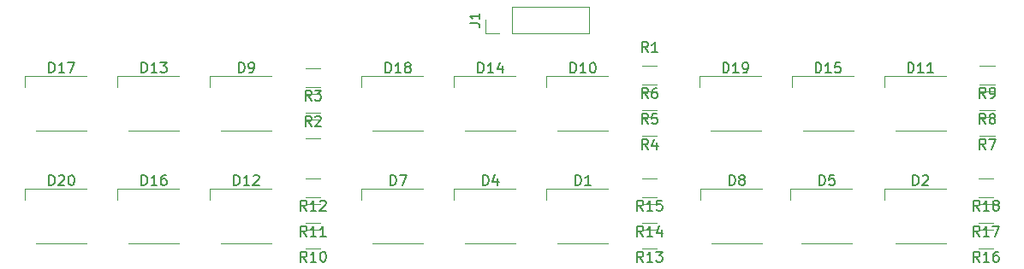
<source format=gbr>
%TF.GenerationSoftware,KiCad,Pcbnew,(6.0.5)*%
%TF.CreationDate,2023-08-09T01:27:25+09:00*%
%TF.ProjectId,TSAL,5453414c-2e6b-4696-9361-645f70636258,rev?*%
%TF.SameCoordinates,Original*%
%TF.FileFunction,Legend,Top*%
%TF.FilePolarity,Positive*%
%FSLAX46Y46*%
G04 Gerber Fmt 4.6, Leading zero omitted, Abs format (unit mm)*
G04 Created by KiCad (PCBNEW (6.0.5)) date 2023-08-09 01:27:25*
%MOMM*%
%LPD*%
G01*
G04 APERTURE LIST*
%ADD10C,0.150000*%
%ADD11C,0.120000*%
G04 APERTURE END LIST*
D10*
%TO.C,R13*%
X156075142Y-143750380D02*
X155741809Y-143274190D01*
X155503714Y-143750380D02*
X155503714Y-142750380D01*
X155884666Y-142750380D01*
X155979904Y-142798000D01*
X156027523Y-142845619D01*
X156075142Y-142940857D01*
X156075142Y-143083714D01*
X156027523Y-143178952D01*
X155979904Y-143226571D01*
X155884666Y-143274190D01*
X155503714Y-143274190D01*
X157027523Y-143750380D02*
X156456095Y-143750380D01*
X156741809Y-143750380D02*
X156741809Y-142750380D01*
X156646571Y-142893238D01*
X156551333Y-142988476D01*
X156456095Y-143036095D01*
X157360857Y-142750380D02*
X157979904Y-142750380D01*
X157646571Y-143131333D01*
X157789428Y-143131333D01*
X157884666Y-143178952D01*
X157932285Y-143226571D01*
X157979904Y-143321809D01*
X157979904Y-143559904D01*
X157932285Y-143655142D01*
X157884666Y-143702761D01*
X157789428Y-143750380D01*
X157503714Y-143750380D01*
X157408476Y-143702761D01*
X157360857Y-143655142D01*
%TO.C,R2*%
X123277333Y-130288380D02*
X122944000Y-129812190D01*
X122705904Y-130288380D02*
X122705904Y-129288380D01*
X123086857Y-129288380D01*
X123182095Y-129336000D01*
X123229714Y-129383619D01*
X123277333Y-129478857D01*
X123277333Y-129621714D01*
X123229714Y-129716952D01*
X123182095Y-129764571D01*
X123086857Y-129812190D01*
X122705904Y-129812190D01*
X123658285Y-129383619D02*
X123705904Y-129336000D01*
X123801142Y-129288380D01*
X124039238Y-129288380D01*
X124134476Y-129336000D01*
X124182095Y-129383619D01*
X124229714Y-129478857D01*
X124229714Y-129574095D01*
X124182095Y-129716952D01*
X123610666Y-130288380D01*
X124229714Y-130288380D01*
%TO.C,R8*%
X189939333Y-130069522D02*
X189606000Y-129593332D01*
X189367904Y-130069522D02*
X189367904Y-129069522D01*
X189748857Y-129069522D01*
X189844095Y-129117142D01*
X189891714Y-129164761D01*
X189939333Y-129259999D01*
X189939333Y-129402856D01*
X189891714Y-129498094D01*
X189844095Y-129545713D01*
X189748857Y-129593332D01*
X189367904Y-129593332D01*
X190510761Y-129498094D02*
X190415523Y-129450475D01*
X190367904Y-129402856D01*
X190320285Y-129307618D01*
X190320285Y-129259999D01*
X190367904Y-129164761D01*
X190415523Y-129117142D01*
X190510761Y-129069522D01*
X190701238Y-129069522D01*
X190796476Y-129117142D01*
X190844095Y-129164761D01*
X190891714Y-129259999D01*
X190891714Y-129307618D01*
X190844095Y-129402856D01*
X190796476Y-129450475D01*
X190701238Y-129498094D01*
X190510761Y-129498094D01*
X190415523Y-129545713D01*
X190367904Y-129593332D01*
X190320285Y-129688570D01*
X190320285Y-129879046D01*
X190367904Y-129974284D01*
X190415523Y-130021903D01*
X190510761Y-130069522D01*
X190701238Y-130069522D01*
X190796476Y-130021903D01*
X190844095Y-129974284D01*
X190891714Y-129879046D01*
X190891714Y-129688570D01*
X190844095Y-129593332D01*
X190796476Y-129545713D01*
X190701238Y-129498094D01*
%TO.C,R10*%
X122801142Y-143750380D02*
X122467809Y-143274190D01*
X122229714Y-143750380D02*
X122229714Y-142750380D01*
X122610666Y-142750380D01*
X122705904Y-142798000D01*
X122753523Y-142845619D01*
X122801142Y-142940857D01*
X122801142Y-143083714D01*
X122753523Y-143178952D01*
X122705904Y-143226571D01*
X122610666Y-143274190D01*
X122229714Y-143274190D01*
X123753523Y-143750380D02*
X123182095Y-143750380D01*
X123467809Y-143750380D02*
X123467809Y-142750380D01*
X123372571Y-142893238D01*
X123277333Y-142988476D01*
X123182095Y-143036095D01*
X124372571Y-142750380D02*
X124467809Y-142750380D01*
X124563047Y-142798000D01*
X124610666Y-142845619D01*
X124658285Y-142940857D01*
X124705904Y-143131333D01*
X124705904Y-143369428D01*
X124658285Y-143559904D01*
X124610666Y-143655142D01*
X124563047Y-143702761D01*
X124467809Y-143750380D01*
X124372571Y-143750380D01*
X124277333Y-143702761D01*
X124229714Y-143655142D01*
X124182095Y-143559904D01*
X124134476Y-143369428D01*
X124134476Y-143131333D01*
X124182095Y-142940857D01*
X124229714Y-142845619D01*
X124277333Y-142798000D01*
X124372571Y-142750380D01*
%TO.C,R9*%
X189939333Y-127494380D02*
X189606000Y-127018190D01*
X189367904Y-127494380D02*
X189367904Y-126494380D01*
X189748857Y-126494380D01*
X189844095Y-126542000D01*
X189891714Y-126589619D01*
X189939333Y-126684857D01*
X189939333Y-126827714D01*
X189891714Y-126922952D01*
X189844095Y-126970571D01*
X189748857Y-127018190D01*
X189367904Y-127018190D01*
X190415523Y-127494380D02*
X190606000Y-127494380D01*
X190701238Y-127446761D01*
X190748857Y-127399142D01*
X190844095Y-127256285D01*
X190891714Y-127065809D01*
X190891714Y-126684857D01*
X190844095Y-126589619D01*
X190796476Y-126542000D01*
X190701238Y-126494380D01*
X190510761Y-126494380D01*
X190415523Y-126542000D01*
X190367904Y-126589619D01*
X190320285Y-126684857D01*
X190320285Y-126922952D01*
X190367904Y-127018190D01*
X190415523Y-127065809D01*
X190510761Y-127113428D01*
X190701238Y-127113428D01*
X190796476Y-127065809D01*
X190844095Y-127018190D01*
X190891714Y-126922952D01*
%TO.C,R18*%
X189349142Y-138670380D02*
X189015809Y-138194190D01*
X188777714Y-138670380D02*
X188777714Y-137670380D01*
X189158666Y-137670380D01*
X189253904Y-137718000D01*
X189301523Y-137765619D01*
X189349142Y-137860857D01*
X189349142Y-138003714D01*
X189301523Y-138098952D01*
X189253904Y-138146571D01*
X189158666Y-138194190D01*
X188777714Y-138194190D01*
X190301523Y-138670380D02*
X189730095Y-138670380D01*
X190015809Y-138670380D02*
X190015809Y-137670380D01*
X189920571Y-137813238D01*
X189825333Y-137908476D01*
X189730095Y-137956095D01*
X190872952Y-138098952D02*
X190777714Y-138051333D01*
X190730095Y-138003714D01*
X190682476Y-137908476D01*
X190682476Y-137860857D01*
X190730095Y-137765619D01*
X190777714Y-137718000D01*
X190872952Y-137670380D01*
X191063428Y-137670380D01*
X191158666Y-137718000D01*
X191206285Y-137765619D01*
X191253904Y-137860857D01*
X191253904Y-137908476D01*
X191206285Y-138003714D01*
X191158666Y-138051333D01*
X191063428Y-138098952D01*
X190872952Y-138098952D01*
X190777714Y-138146571D01*
X190730095Y-138194190D01*
X190682476Y-138289428D01*
X190682476Y-138479904D01*
X190730095Y-138575142D01*
X190777714Y-138622761D01*
X190872952Y-138670380D01*
X191063428Y-138670380D01*
X191158666Y-138622761D01*
X191206285Y-138575142D01*
X191253904Y-138479904D01*
X191253904Y-138289428D01*
X191206285Y-138194190D01*
X191158666Y-138146571D01*
X191063428Y-138098952D01*
%TO.C,D20*%
X97337714Y-136144380D02*
X97337714Y-135144380D01*
X97575809Y-135144380D01*
X97718666Y-135192000D01*
X97813904Y-135287238D01*
X97861523Y-135382476D01*
X97909142Y-135572952D01*
X97909142Y-135715809D01*
X97861523Y-135906285D01*
X97813904Y-136001523D01*
X97718666Y-136096761D01*
X97575809Y-136144380D01*
X97337714Y-136144380D01*
X98290095Y-135239619D02*
X98337714Y-135192000D01*
X98432952Y-135144380D01*
X98671047Y-135144380D01*
X98766285Y-135192000D01*
X98813904Y-135239619D01*
X98861523Y-135334857D01*
X98861523Y-135430095D01*
X98813904Y-135572952D01*
X98242476Y-136144380D01*
X98861523Y-136144380D01*
X99480571Y-135144380D02*
X99575809Y-135144380D01*
X99671047Y-135192000D01*
X99718666Y-135239619D01*
X99766285Y-135334857D01*
X99813904Y-135525333D01*
X99813904Y-135763428D01*
X99766285Y-135953904D01*
X99718666Y-136049142D01*
X99671047Y-136096761D01*
X99575809Y-136144380D01*
X99480571Y-136144380D01*
X99385333Y-136096761D01*
X99337714Y-136049142D01*
X99290095Y-135953904D01*
X99242476Y-135763428D01*
X99242476Y-135525333D01*
X99290095Y-135334857D01*
X99337714Y-135239619D01*
X99385333Y-135192000D01*
X99480571Y-135144380D01*
%TO.C,D16*%
X106481714Y-136144380D02*
X106481714Y-135144380D01*
X106719809Y-135144380D01*
X106862666Y-135192000D01*
X106957904Y-135287238D01*
X107005523Y-135382476D01*
X107053142Y-135572952D01*
X107053142Y-135715809D01*
X107005523Y-135906285D01*
X106957904Y-136001523D01*
X106862666Y-136096761D01*
X106719809Y-136144380D01*
X106481714Y-136144380D01*
X108005523Y-136144380D02*
X107434095Y-136144380D01*
X107719809Y-136144380D02*
X107719809Y-135144380D01*
X107624571Y-135287238D01*
X107529333Y-135382476D01*
X107434095Y-135430095D01*
X108862666Y-135144380D02*
X108672190Y-135144380D01*
X108576952Y-135192000D01*
X108529333Y-135239619D01*
X108434095Y-135382476D01*
X108386476Y-135572952D01*
X108386476Y-135953904D01*
X108434095Y-136049142D01*
X108481714Y-136096761D01*
X108576952Y-136144380D01*
X108767428Y-136144380D01*
X108862666Y-136096761D01*
X108910285Y-136049142D01*
X108957904Y-135953904D01*
X108957904Y-135715809D01*
X108910285Y-135620571D01*
X108862666Y-135572952D01*
X108767428Y-135525333D01*
X108576952Y-135525333D01*
X108481714Y-135572952D01*
X108434095Y-135620571D01*
X108386476Y-135715809D01*
%TO.C,D8*%
X164615904Y-136144380D02*
X164615904Y-135144380D01*
X164854000Y-135144380D01*
X164996857Y-135192000D01*
X165092095Y-135287238D01*
X165139714Y-135382476D01*
X165187333Y-135572952D01*
X165187333Y-135715809D01*
X165139714Y-135906285D01*
X165092095Y-136001523D01*
X164996857Y-136096761D01*
X164854000Y-136144380D01*
X164615904Y-136144380D01*
X165758761Y-135572952D02*
X165663523Y-135525333D01*
X165615904Y-135477714D01*
X165568285Y-135382476D01*
X165568285Y-135334857D01*
X165615904Y-135239619D01*
X165663523Y-135192000D01*
X165758761Y-135144380D01*
X165949238Y-135144380D01*
X166044476Y-135192000D01*
X166092095Y-135239619D01*
X166139714Y-135334857D01*
X166139714Y-135382476D01*
X166092095Y-135477714D01*
X166044476Y-135525333D01*
X165949238Y-135572952D01*
X165758761Y-135572952D01*
X165663523Y-135620571D01*
X165615904Y-135668190D01*
X165568285Y-135763428D01*
X165568285Y-135953904D01*
X165615904Y-136049142D01*
X165663523Y-136096761D01*
X165758761Y-136144380D01*
X165949238Y-136144380D01*
X166044476Y-136096761D01*
X166092095Y-136049142D01*
X166139714Y-135953904D01*
X166139714Y-135763428D01*
X166092095Y-135668190D01*
X166044476Y-135620571D01*
X165949238Y-135572952D01*
%TO.C,D7*%
X131087904Y-136144380D02*
X131087904Y-135144380D01*
X131326000Y-135144380D01*
X131468857Y-135192000D01*
X131564095Y-135287238D01*
X131611714Y-135382476D01*
X131659333Y-135572952D01*
X131659333Y-135715809D01*
X131611714Y-135906285D01*
X131564095Y-136001523D01*
X131468857Y-136096761D01*
X131326000Y-136144380D01*
X131087904Y-136144380D01*
X131992666Y-135144380D02*
X132659333Y-135144380D01*
X132230761Y-136144380D01*
%TO.C,R5*%
X156551333Y-130069522D02*
X156218000Y-129593332D01*
X155979904Y-130069522D02*
X155979904Y-129069522D01*
X156360857Y-129069522D01*
X156456095Y-129117142D01*
X156503714Y-129164761D01*
X156551333Y-129259999D01*
X156551333Y-129402856D01*
X156503714Y-129498094D01*
X156456095Y-129545713D01*
X156360857Y-129593332D01*
X155979904Y-129593332D01*
X157456095Y-129069522D02*
X156979904Y-129069522D01*
X156932285Y-129545713D01*
X156979904Y-129498094D01*
X157075142Y-129450475D01*
X157313238Y-129450475D01*
X157408476Y-129498094D01*
X157456095Y-129545713D01*
X157503714Y-129640951D01*
X157503714Y-129879046D01*
X157456095Y-129974284D01*
X157408476Y-130021903D01*
X157313238Y-130069522D01*
X157075142Y-130069522D01*
X156979904Y-130021903D01*
X156932285Y-129974284D01*
%TO.C,R17*%
X189349142Y-141210380D02*
X189015809Y-140734190D01*
X188777714Y-141210380D02*
X188777714Y-140210380D01*
X189158666Y-140210380D01*
X189253904Y-140258000D01*
X189301523Y-140305619D01*
X189349142Y-140400857D01*
X189349142Y-140543714D01*
X189301523Y-140638952D01*
X189253904Y-140686571D01*
X189158666Y-140734190D01*
X188777714Y-140734190D01*
X190301523Y-141210380D02*
X189730095Y-141210380D01*
X190015809Y-141210380D02*
X190015809Y-140210380D01*
X189920571Y-140353238D01*
X189825333Y-140448476D01*
X189730095Y-140496095D01*
X190634857Y-140210380D02*
X191301523Y-140210380D01*
X190872952Y-141210380D01*
%TO.C,D1*%
X149375904Y-136144380D02*
X149375904Y-135144380D01*
X149614000Y-135144380D01*
X149756857Y-135192000D01*
X149852095Y-135287238D01*
X149899714Y-135382476D01*
X149947333Y-135572952D01*
X149947333Y-135715809D01*
X149899714Y-135906285D01*
X149852095Y-136001523D01*
X149756857Y-136096761D01*
X149614000Y-136144380D01*
X149375904Y-136144380D01*
X150899714Y-136144380D02*
X150328285Y-136144380D01*
X150614000Y-136144380D02*
X150614000Y-135144380D01*
X150518761Y-135287238D01*
X150423523Y-135382476D01*
X150328285Y-135430095D01*
%TO.C,R12*%
X122801142Y-138670380D02*
X122467809Y-138194190D01*
X122229714Y-138670380D02*
X122229714Y-137670380D01*
X122610666Y-137670380D01*
X122705904Y-137718000D01*
X122753523Y-137765619D01*
X122801142Y-137860857D01*
X122801142Y-138003714D01*
X122753523Y-138098952D01*
X122705904Y-138146571D01*
X122610666Y-138194190D01*
X122229714Y-138194190D01*
X123753523Y-138670380D02*
X123182095Y-138670380D01*
X123467809Y-138670380D02*
X123467809Y-137670380D01*
X123372571Y-137813238D01*
X123277333Y-137908476D01*
X123182095Y-137956095D01*
X124134476Y-137765619D02*
X124182095Y-137718000D01*
X124277333Y-137670380D01*
X124515428Y-137670380D01*
X124610666Y-137718000D01*
X124658285Y-137765619D01*
X124705904Y-137860857D01*
X124705904Y-137956095D01*
X124658285Y-138098952D01*
X124086857Y-138670380D01*
X124705904Y-138670380D01*
%TO.C,R6*%
X156551333Y-127529522D02*
X156218000Y-127053332D01*
X155979904Y-127529522D02*
X155979904Y-126529522D01*
X156360857Y-126529522D01*
X156456095Y-126577142D01*
X156503714Y-126624761D01*
X156551333Y-126719999D01*
X156551333Y-126862856D01*
X156503714Y-126958094D01*
X156456095Y-127005713D01*
X156360857Y-127053332D01*
X155979904Y-127053332D01*
X157408476Y-126529522D02*
X157218000Y-126529522D01*
X157122761Y-126577142D01*
X157075142Y-126624761D01*
X156979904Y-126767618D01*
X156932285Y-126958094D01*
X156932285Y-127339046D01*
X156979904Y-127434284D01*
X157027523Y-127481903D01*
X157122761Y-127529522D01*
X157313238Y-127529522D01*
X157408476Y-127481903D01*
X157456095Y-127434284D01*
X157503714Y-127339046D01*
X157503714Y-127100951D01*
X157456095Y-127005713D01*
X157408476Y-126958094D01*
X157313238Y-126910475D01*
X157122761Y-126910475D01*
X157027523Y-126958094D01*
X156979904Y-127005713D01*
X156932285Y-127100951D01*
%TO.C,D17*%
X97337714Y-124968380D02*
X97337714Y-123968380D01*
X97575809Y-123968380D01*
X97718666Y-124016000D01*
X97813904Y-124111238D01*
X97861523Y-124206476D01*
X97909142Y-124396952D01*
X97909142Y-124539809D01*
X97861523Y-124730285D01*
X97813904Y-124825523D01*
X97718666Y-124920761D01*
X97575809Y-124968380D01*
X97337714Y-124968380D01*
X98861523Y-124968380D02*
X98290095Y-124968380D01*
X98575809Y-124968380D02*
X98575809Y-123968380D01*
X98480571Y-124111238D01*
X98385333Y-124206476D01*
X98290095Y-124254095D01*
X99194857Y-123968380D02*
X99861523Y-123968380D01*
X99432952Y-124968380D01*
%TO.C,R15*%
X156075142Y-138670380D02*
X155741809Y-138194190D01*
X155503714Y-138670380D02*
X155503714Y-137670380D01*
X155884666Y-137670380D01*
X155979904Y-137718000D01*
X156027523Y-137765619D01*
X156075142Y-137860857D01*
X156075142Y-138003714D01*
X156027523Y-138098952D01*
X155979904Y-138146571D01*
X155884666Y-138194190D01*
X155503714Y-138194190D01*
X157027523Y-138670380D02*
X156456095Y-138670380D01*
X156741809Y-138670380D02*
X156741809Y-137670380D01*
X156646571Y-137813238D01*
X156551333Y-137908476D01*
X156456095Y-137956095D01*
X157932285Y-137670380D02*
X157456095Y-137670380D01*
X157408476Y-138146571D01*
X157456095Y-138098952D01*
X157551333Y-138051333D01*
X157789428Y-138051333D01*
X157884666Y-138098952D01*
X157932285Y-138146571D01*
X157979904Y-138241809D01*
X157979904Y-138479904D01*
X157932285Y-138575142D01*
X157884666Y-138622761D01*
X157789428Y-138670380D01*
X157551333Y-138670380D01*
X157456095Y-138622761D01*
X157408476Y-138575142D01*
%TO.C,R11*%
X122801142Y-141210380D02*
X122467809Y-140734190D01*
X122229714Y-141210380D02*
X122229714Y-140210380D01*
X122610666Y-140210380D01*
X122705904Y-140258000D01*
X122753523Y-140305619D01*
X122801142Y-140400857D01*
X122801142Y-140543714D01*
X122753523Y-140638952D01*
X122705904Y-140686571D01*
X122610666Y-140734190D01*
X122229714Y-140734190D01*
X123753523Y-141210380D02*
X123182095Y-141210380D01*
X123467809Y-141210380D02*
X123467809Y-140210380D01*
X123372571Y-140353238D01*
X123277333Y-140448476D01*
X123182095Y-140496095D01*
X124705904Y-141210380D02*
X124134476Y-141210380D01*
X124420190Y-141210380D02*
X124420190Y-140210380D01*
X124324952Y-140353238D01*
X124229714Y-140448476D01*
X124134476Y-140496095D01*
%TO.C,D13*%
X106481714Y-124968380D02*
X106481714Y-123968380D01*
X106719809Y-123968380D01*
X106862666Y-124016000D01*
X106957904Y-124111238D01*
X107005523Y-124206476D01*
X107053142Y-124396952D01*
X107053142Y-124539809D01*
X107005523Y-124730285D01*
X106957904Y-124825523D01*
X106862666Y-124920761D01*
X106719809Y-124968380D01*
X106481714Y-124968380D01*
X108005523Y-124968380D02*
X107434095Y-124968380D01*
X107719809Y-124968380D02*
X107719809Y-123968380D01*
X107624571Y-124111238D01*
X107529333Y-124206476D01*
X107434095Y-124254095D01*
X108338857Y-123968380D02*
X108957904Y-123968380D01*
X108624571Y-124349333D01*
X108767428Y-124349333D01*
X108862666Y-124396952D01*
X108910285Y-124444571D01*
X108957904Y-124539809D01*
X108957904Y-124777904D01*
X108910285Y-124873142D01*
X108862666Y-124920761D01*
X108767428Y-124968380D01*
X108481714Y-124968380D01*
X108386476Y-124920761D01*
X108338857Y-124873142D01*
%TO.C,R7*%
X189939333Y-132574380D02*
X189606000Y-132098190D01*
X189367904Y-132574380D02*
X189367904Y-131574380D01*
X189748857Y-131574380D01*
X189844095Y-131622000D01*
X189891714Y-131669619D01*
X189939333Y-131764857D01*
X189939333Y-131907714D01*
X189891714Y-132002952D01*
X189844095Y-132050571D01*
X189748857Y-132098190D01*
X189367904Y-132098190D01*
X190272666Y-131574380D02*
X190939333Y-131574380D01*
X190510761Y-132574380D01*
%TO.C,D19*%
X163999714Y-125003522D02*
X163999714Y-124003522D01*
X164237809Y-124003522D01*
X164380666Y-124051142D01*
X164475904Y-124146380D01*
X164523523Y-124241618D01*
X164571142Y-124432094D01*
X164571142Y-124574951D01*
X164523523Y-124765427D01*
X164475904Y-124860665D01*
X164380666Y-124955903D01*
X164237809Y-125003522D01*
X163999714Y-125003522D01*
X165523523Y-125003522D02*
X164952095Y-125003522D01*
X165237809Y-125003522D02*
X165237809Y-124003522D01*
X165142571Y-124146380D01*
X165047333Y-124241618D01*
X164952095Y-124289237D01*
X165999714Y-125003522D02*
X166190190Y-125003522D01*
X166285428Y-124955903D01*
X166333047Y-124908284D01*
X166428285Y-124765427D01*
X166475904Y-124574951D01*
X166475904Y-124193999D01*
X166428285Y-124098761D01*
X166380666Y-124051142D01*
X166285428Y-124003522D01*
X166094952Y-124003522D01*
X165999714Y-124051142D01*
X165952095Y-124098761D01*
X165904476Y-124193999D01*
X165904476Y-124432094D01*
X165952095Y-124527332D01*
X165999714Y-124574951D01*
X166094952Y-124622570D01*
X166285428Y-124622570D01*
X166380666Y-124574951D01*
X166428285Y-124527332D01*
X166475904Y-124432094D01*
%TO.C,J1*%
X138934380Y-120111333D02*
X139648666Y-120111333D01*
X139791523Y-120158952D01*
X139886761Y-120254190D01*
X139934380Y-120397047D01*
X139934380Y-120492285D01*
X139934380Y-119111333D02*
X139934380Y-119682761D01*
X139934380Y-119397047D02*
X138934380Y-119397047D01*
X139077238Y-119492285D01*
X139172476Y-119587523D01*
X139220095Y-119682761D01*
%TO.C,R14*%
X156075142Y-141210380D02*
X155741809Y-140734190D01*
X155503714Y-141210380D02*
X155503714Y-140210380D01*
X155884666Y-140210380D01*
X155979904Y-140258000D01*
X156027523Y-140305619D01*
X156075142Y-140400857D01*
X156075142Y-140543714D01*
X156027523Y-140638952D01*
X155979904Y-140686571D01*
X155884666Y-140734190D01*
X155503714Y-140734190D01*
X157027523Y-141210380D02*
X156456095Y-141210380D01*
X156741809Y-141210380D02*
X156741809Y-140210380D01*
X156646571Y-140353238D01*
X156551333Y-140448476D01*
X156456095Y-140496095D01*
X157884666Y-140543714D02*
X157884666Y-141210380D01*
X157646571Y-140162761D02*
X157408476Y-140877047D01*
X158027523Y-140877047D01*
%TO.C,R4*%
X156551333Y-132609522D02*
X156218000Y-132133332D01*
X155979904Y-132609522D02*
X155979904Y-131609522D01*
X156360857Y-131609522D01*
X156456095Y-131657142D01*
X156503714Y-131704761D01*
X156551333Y-131799999D01*
X156551333Y-131942856D01*
X156503714Y-132038094D01*
X156456095Y-132085713D01*
X156360857Y-132133332D01*
X155979904Y-132133332D01*
X157408476Y-131942856D02*
X157408476Y-132609522D01*
X157170380Y-131561903D02*
X156932285Y-132276189D01*
X157551333Y-132276189D01*
%TO.C,D4*%
X140231904Y-136144380D02*
X140231904Y-135144380D01*
X140470000Y-135144380D01*
X140612857Y-135192000D01*
X140708095Y-135287238D01*
X140755714Y-135382476D01*
X140803333Y-135572952D01*
X140803333Y-135715809D01*
X140755714Y-135906285D01*
X140708095Y-136001523D01*
X140612857Y-136096761D01*
X140470000Y-136144380D01*
X140231904Y-136144380D01*
X141660476Y-135477714D02*
X141660476Y-136144380D01*
X141422380Y-135096761D02*
X141184285Y-135811047D01*
X141803333Y-135811047D01*
%TO.C,D2*%
X182763904Y-136144380D02*
X182763904Y-135144380D01*
X183002000Y-135144380D01*
X183144857Y-135192000D01*
X183240095Y-135287238D01*
X183287714Y-135382476D01*
X183335333Y-135572952D01*
X183335333Y-135715809D01*
X183287714Y-135906285D01*
X183240095Y-136001523D01*
X183144857Y-136096761D01*
X183002000Y-136144380D01*
X182763904Y-136144380D01*
X183716285Y-135239619D02*
X183763904Y-135192000D01*
X183859142Y-135144380D01*
X184097238Y-135144380D01*
X184192476Y-135192000D01*
X184240095Y-135239619D01*
X184287714Y-135334857D01*
X184287714Y-135430095D01*
X184240095Y-135572952D01*
X183668666Y-136144380D01*
X184287714Y-136144380D01*
%TO.C,D14*%
X139755714Y-125003522D02*
X139755714Y-124003522D01*
X139993809Y-124003522D01*
X140136666Y-124051142D01*
X140231904Y-124146380D01*
X140279523Y-124241618D01*
X140327142Y-124432094D01*
X140327142Y-124574951D01*
X140279523Y-124765427D01*
X140231904Y-124860665D01*
X140136666Y-124955903D01*
X139993809Y-125003522D01*
X139755714Y-125003522D01*
X141279523Y-125003522D02*
X140708095Y-125003522D01*
X140993809Y-125003522D02*
X140993809Y-124003522D01*
X140898571Y-124146380D01*
X140803333Y-124241618D01*
X140708095Y-124289237D01*
X142136666Y-124336856D02*
X142136666Y-125003522D01*
X141898571Y-123955903D02*
X141660476Y-124670189D01*
X142279523Y-124670189D01*
%TO.C,D5*%
X173505904Y-136144380D02*
X173505904Y-135144380D01*
X173744000Y-135144380D01*
X173886857Y-135192000D01*
X173982095Y-135287238D01*
X174029714Y-135382476D01*
X174077333Y-135572952D01*
X174077333Y-135715809D01*
X174029714Y-135906285D01*
X173982095Y-136001523D01*
X173886857Y-136096761D01*
X173744000Y-136144380D01*
X173505904Y-136144380D01*
X174982095Y-135144380D02*
X174505904Y-135144380D01*
X174458285Y-135620571D01*
X174505904Y-135572952D01*
X174601142Y-135525333D01*
X174839238Y-135525333D01*
X174934476Y-135572952D01*
X174982095Y-135620571D01*
X175029714Y-135715809D01*
X175029714Y-135953904D01*
X174982095Y-136049142D01*
X174934476Y-136096761D01*
X174839238Y-136144380D01*
X174601142Y-136144380D01*
X174505904Y-136096761D01*
X174458285Y-136049142D01*
%TO.C,R16*%
X189349142Y-143750380D02*
X189015809Y-143274190D01*
X188777714Y-143750380D02*
X188777714Y-142750380D01*
X189158666Y-142750380D01*
X189253904Y-142798000D01*
X189301523Y-142845619D01*
X189349142Y-142940857D01*
X189349142Y-143083714D01*
X189301523Y-143178952D01*
X189253904Y-143226571D01*
X189158666Y-143274190D01*
X188777714Y-143274190D01*
X190301523Y-143750380D02*
X189730095Y-143750380D01*
X190015809Y-143750380D02*
X190015809Y-142750380D01*
X189920571Y-142893238D01*
X189825333Y-142988476D01*
X189730095Y-143036095D01*
X191158666Y-142750380D02*
X190968190Y-142750380D01*
X190872952Y-142798000D01*
X190825333Y-142845619D01*
X190730095Y-142988476D01*
X190682476Y-143178952D01*
X190682476Y-143559904D01*
X190730095Y-143655142D01*
X190777714Y-143702761D01*
X190872952Y-143750380D01*
X191063428Y-143750380D01*
X191158666Y-143702761D01*
X191206285Y-143655142D01*
X191253904Y-143559904D01*
X191253904Y-143321809D01*
X191206285Y-143226571D01*
X191158666Y-143178952D01*
X191063428Y-143131333D01*
X190872952Y-143131333D01*
X190777714Y-143178952D01*
X190730095Y-143226571D01*
X190682476Y-143321809D01*
%TO.C,D11*%
X182287714Y-125003522D02*
X182287714Y-124003522D01*
X182525809Y-124003522D01*
X182668666Y-124051142D01*
X182763904Y-124146380D01*
X182811523Y-124241618D01*
X182859142Y-124432094D01*
X182859142Y-124574951D01*
X182811523Y-124765427D01*
X182763904Y-124860665D01*
X182668666Y-124955903D01*
X182525809Y-125003522D01*
X182287714Y-125003522D01*
X183811523Y-125003522D02*
X183240095Y-125003522D01*
X183525809Y-125003522D02*
X183525809Y-124003522D01*
X183430571Y-124146380D01*
X183335333Y-124241618D01*
X183240095Y-124289237D01*
X184763904Y-125003522D02*
X184192476Y-125003522D01*
X184478190Y-125003522D02*
X184478190Y-124003522D01*
X184382952Y-124146380D01*
X184287714Y-124241618D01*
X184192476Y-124289237D01*
%TO.C,R1*%
X156551333Y-122957522D02*
X156218000Y-122481332D01*
X155979904Y-122957522D02*
X155979904Y-121957522D01*
X156360857Y-121957522D01*
X156456095Y-122005142D01*
X156503714Y-122052761D01*
X156551333Y-122147999D01*
X156551333Y-122290856D01*
X156503714Y-122386094D01*
X156456095Y-122433713D01*
X156360857Y-122481332D01*
X155979904Y-122481332D01*
X157503714Y-122957522D02*
X156932285Y-122957522D01*
X157218000Y-122957522D02*
X157218000Y-121957522D01*
X157122761Y-122100380D01*
X157027523Y-122195618D01*
X156932285Y-122243237D01*
%TO.C,D15*%
X173143714Y-125003522D02*
X173143714Y-124003522D01*
X173381809Y-124003522D01*
X173524666Y-124051142D01*
X173619904Y-124146380D01*
X173667523Y-124241618D01*
X173715142Y-124432094D01*
X173715142Y-124574951D01*
X173667523Y-124765427D01*
X173619904Y-124860665D01*
X173524666Y-124955903D01*
X173381809Y-125003522D01*
X173143714Y-125003522D01*
X174667523Y-125003522D02*
X174096095Y-125003522D01*
X174381809Y-125003522D02*
X174381809Y-124003522D01*
X174286571Y-124146380D01*
X174191333Y-124241618D01*
X174096095Y-124289237D01*
X175572285Y-124003522D02*
X175096095Y-124003522D01*
X175048476Y-124479713D01*
X175096095Y-124432094D01*
X175191333Y-124384475D01*
X175429428Y-124384475D01*
X175524666Y-124432094D01*
X175572285Y-124479713D01*
X175619904Y-124574951D01*
X175619904Y-124813046D01*
X175572285Y-124908284D01*
X175524666Y-124955903D01*
X175429428Y-125003522D01*
X175191333Y-125003522D01*
X175096095Y-124955903D01*
X175048476Y-124908284D01*
%TO.C,D12*%
X115625714Y-136144380D02*
X115625714Y-135144380D01*
X115863809Y-135144380D01*
X116006666Y-135192000D01*
X116101904Y-135287238D01*
X116149523Y-135382476D01*
X116197142Y-135572952D01*
X116197142Y-135715809D01*
X116149523Y-135906285D01*
X116101904Y-136001523D01*
X116006666Y-136096761D01*
X115863809Y-136144380D01*
X115625714Y-136144380D01*
X117149523Y-136144380D02*
X116578095Y-136144380D01*
X116863809Y-136144380D02*
X116863809Y-135144380D01*
X116768571Y-135287238D01*
X116673333Y-135382476D01*
X116578095Y-135430095D01*
X117530476Y-135239619D02*
X117578095Y-135192000D01*
X117673333Y-135144380D01*
X117911428Y-135144380D01*
X118006666Y-135192000D01*
X118054285Y-135239619D01*
X118101904Y-135334857D01*
X118101904Y-135430095D01*
X118054285Y-135572952D01*
X117482857Y-136144380D01*
X118101904Y-136144380D01*
%TO.C,R3*%
X123277333Y-127748380D02*
X122944000Y-127272190D01*
X122705904Y-127748380D02*
X122705904Y-126748380D01*
X123086857Y-126748380D01*
X123182095Y-126796000D01*
X123229714Y-126843619D01*
X123277333Y-126938857D01*
X123277333Y-127081714D01*
X123229714Y-127176952D01*
X123182095Y-127224571D01*
X123086857Y-127272190D01*
X122705904Y-127272190D01*
X123610666Y-126748380D02*
X124229714Y-126748380D01*
X123896380Y-127129333D01*
X124039238Y-127129333D01*
X124134476Y-127176952D01*
X124182095Y-127224571D01*
X124229714Y-127319809D01*
X124229714Y-127557904D01*
X124182095Y-127653142D01*
X124134476Y-127700761D01*
X124039238Y-127748380D01*
X123753523Y-127748380D01*
X123658285Y-127700761D01*
X123610666Y-127653142D01*
%TO.C,D18*%
X130611714Y-125003522D02*
X130611714Y-124003522D01*
X130849809Y-124003522D01*
X130992666Y-124051142D01*
X131087904Y-124146380D01*
X131135523Y-124241618D01*
X131183142Y-124432094D01*
X131183142Y-124574951D01*
X131135523Y-124765427D01*
X131087904Y-124860665D01*
X130992666Y-124955903D01*
X130849809Y-125003522D01*
X130611714Y-125003522D01*
X132135523Y-125003522D02*
X131564095Y-125003522D01*
X131849809Y-125003522D02*
X131849809Y-124003522D01*
X131754571Y-124146380D01*
X131659333Y-124241618D01*
X131564095Y-124289237D01*
X132706952Y-124432094D02*
X132611714Y-124384475D01*
X132564095Y-124336856D01*
X132516476Y-124241618D01*
X132516476Y-124193999D01*
X132564095Y-124098761D01*
X132611714Y-124051142D01*
X132706952Y-124003522D01*
X132897428Y-124003522D01*
X132992666Y-124051142D01*
X133040285Y-124098761D01*
X133087904Y-124193999D01*
X133087904Y-124241618D01*
X133040285Y-124336856D01*
X132992666Y-124384475D01*
X132897428Y-124432094D01*
X132706952Y-124432094D01*
X132611714Y-124479713D01*
X132564095Y-124527332D01*
X132516476Y-124622570D01*
X132516476Y-124813046D01*
X132564095Y-124908284D01*
X132611714Y-124955903D01*
X132706952Y-125003522D01*
X132897428Y-125003522D01*
X132992666Y-124955903D01*
X133040285Y-124908284D01*
X133087904Y-124813046D01*
X133087904Y-124622570D01*
X133040285Y-124527332D01*
X132992666Y-124479713D01*
X132897428Y-124432094D01*
%TO.C,D10*%
X148899714Y-125003522D02*
X148899714Y-124003522D01*
X149137809Y-124003522D01*
X149280666Y-124051142D01*
X149375904Y-124146380D01*
X149423523Y-124241618D01*
X149471142Y-124432094D01*
X149471142Y-124574951D01*
X149423523Y-124765427D01*
X149375904Y-124860665D01*
X149280666Y-124955903D01*
X149137809Y-125003522D01*
X148899714Y-125003522D01*
X150423523Y-125003522D02*
X149852095Y-125003522D01*
X150137809Y-125003522D02*
X150137809Y-124003522D01*
X150042571Y-124146380D01*
X149947333Y-124241618D01*
X149852095Y-124289237D01*
X151042571Y-124003522D02*
X151137809Y-124003522D01*
X151233047Y-124051142D01*
X151280666Y-124098761D01*
X151328285Y-124193999D01*
X151375904Y-124384475D01*
X151375904Y-124622570D01*
X151328285Y-124813046D01*
X151280666Y-124908284D01*
X151233047Y-124955903D01*
X151137809Y-125003522D01*
X151042571Y-125003522D01*
X150947333Y-124955903D01*
X150899714Y-124908284D01*
X150852095Y-124813046D01*
X150804476Y-124622570D01*
X150804476Y-124384475D01*
X150852095Y-124193999D01*
X150899714Y-124098761D01*
X150947333Y-124051142D01*
X151042571Y-124003522D01*
%TO.C,D9*%
X116101904Y-124968380D02*
X116101904Y-123968380D01*
X116340000Y-123968380D01*
X116482857Y-124016000D01*
X116578095Y-124111238D01*
X116625714Y-124206476D01*
X116673333Y-124396952D01*
X116673333Y-124539809D01*
X116625714Y-124730285D01*
X116578095Y-124825523D01*
X116482857Y-124920761D01*
X116340000Y-124968380D01*
X116101904Y-124968380D01*
X117149523Y-124968380D02*
X117340000Y-124968380D01*
X117435238Y-124920761D01*
X117482857Y-124873142D01*
X117578095Y-124730285D01*
X117625714Y-124539809D01*
X117625714Y-124158857D01*
X117578095Y-124063619D01*
X117530476Y-124016000D01*
X117435238Y-123968380D01*
X117244761Y-123968380D01*
X117149523Y-124016000D01*
X117101904Y-124063619D01*
X117054285Y-124158857D01*
X117054285Y-124396952D01*
X117101904Y-124492190D01*
X117149523Y-124539809D01*
X117244761Y-124587428D01*
X117435238Y-124587428D01*
X117530476Y-124539809D01*
X117578095Y-124492190D01*
X117625714Y-124396952D01*
D11*
%TO.C,R13*%
X157445064Y-142388000D02*
X155990936Y-142388000D01*
X157445064Y-140568000D02*
X155990936Y-140568000D01*
%TO.C,R2*%
X124171064Y-127106000D02*
X122716936Y-127106000D01*
X124171064Y-128926000D02*
X122716936Y-128926000D01*
%TO.C,R8*%
X190833064Y-128707142D02*
X189378936Y-128707142D01*
X190833064Y-126887142D02*
X189378936Y-126887142D01*
%TO.C,R10*%
X124171064Y-142388000D02*
X122716936Y-142388000D01*
X124171064Y-140568000D02*
X122716936Y-140568000D01*
%TO.C,R9*%
X190833064Y-126132000D02*
X189378936Y-126132000D01*
X190833064Y-124312000D02*
X189378936Y-124312000D01*
%TO.C,R18*%
X190719064Y-135488000D02*
X189264936Y-135488000D01*
X190719064Y-137308000D02*
X189264936Y-137308000D01*
%TO.C,D20*%
X101052000Y-141892000D02*
X96052000Y-141892000D01*
X94952000Y-136492000D02*
X101052000Y-136492000D01*
X94952000Y-137592000D02*
X94952000Y-136492000D01*
%TO.C,D16*%
X104096000Y-137592000D02*
X104096000Y-136492000D01*
X110196000Y-141892000D02*
X105196000Y-141892000D01*
X104096000Y-136492000D02*
X110196000Y-136492000D01*
%TO.C,D8*%
X167854000Y-141892000D02*
X162854000Y-141892000D01*
X161754000Y-136492000D02*
X167854000Y-136492000D01*
X161754000Y-137592000D02*
X161754000Y-136492000D01*
%TO.C,D7*%
X128226000Y-137592000D02*
X128226000Y-136492000D01*
X134326000Y-141892000D02*
X129326000Y-141892000D01*
X128226000Y-136492000D02*
X134326000Y-136492000D01*
%TO.C,R5*%
X157445064Y-128707142D02*
X155990936Y-128707142D01*
X157445064Y-126887142D02*
X155990936Y-126887142D01*
%TO.C,R17*%
X190719064Y-139848000D02*
X189264936Y-139848000D01*
X190719064Y-138028000D02*
X189264936Y-138028000D01*
%TO.C,D1*%
X146514000Y-137592000D02*
X146514000Y-136492000D01*
X146514000Y-136492000D02*
X152614000Y-136492000D01*
X152614000Y-141892000D02*
X147614000Y-141892000D01*
%TO.C,R12*%
X124171064Y-135488000D02*
X122716936Y-135488000D01*
X124171064Y-137308000D02*
X122716936Y-137308000D01*
%TO.C,R6*%
X157445064Y-124347142D02*
X155990936Y-124347142D01*
X157445064Y-126167142D02*
X155990936Y-126167142D01*
%TO.C,D17*%
X94952000Y-125316000D02*
X101052000Y-125316000D01*
X94952000Y-126416000D02*
X94952000Y-125316000D01*
X101052000Y-130716000D02*
X96052000Y-130716000D01*
%TO.C,R15*%
X157445064Y-137308000D02*
X155990936Y-137308000D01*
X157445064Y-135488000D02*
X155990936Y-135488000D01*
%TO.C,R11*%
X124171064Y-139848000D02*
X122716936Y-139848000D01*
X124171064Y-138028000D02*
X122716936Y-138028000D01*
%TO.C,D13*%
X104096000Y-125316000D02*
X110196000Y-125316000D01*
X110196000Y-130716000D02*
X105196000Y-130716000D01*
X104096000Y-126416000D02*
X104096000Y-125316000D01*
%TO.C,R7*%
X190833064Y-129392000D02*
X189378936Y-129392000D01*
X190833064Y-131212000D02*
X189378936Y-131212000D01*
%TO.C,D19*%
X167714000Y-130751142D02*
X162714000Y-130751142D01*
X161614000Y-126451142D02*
X161614000Y-125351142D01*
X161614000Y-125351142D02*
X167714000Y-125351142D01*
%TO.C,J1*%
X141812000Y-121108000D02*
X140482000Y-121108000D01*
X143082000Y-121108000D02*
X150762000Y-121108000D01*
X143082000Y-121108000D02*
X143082000Y-118448000D01*
X140482000Y-121108000D02*
X140482000Y-119778000D01*
X150762000Y-121108000D02*
X150762000Y-118448000D01*
X143082000Y-118448000D02*
X150762000Y-118448000D01*
%TO.C,R14*%
X157445064Y-139848000D02*
X155990936Y-139848000D01*
X157445064Y-138028000D02*
X155990936Y-138028000D01*
%TO.C,R4*%
X157445064Y-131247142D02*
X155990936Y-131247142D01*
X157445064Y-129427142D02*
X155990936Y-129427142D01*
%TO.C,D4*%
X143470000Y-141892000D02*
X138470000Y-141892000D01*
X137370000Y-137592000D02*
X137370000Y-136492000D01*
X137370000Y-136492000D02*
X143470000Y-136492000D01*
%TO.C,D2*%
X179902000Y-136492000D02*
X186002000Y-136492000D01*
X179902000Y-137592000D02*
X179902000Y-136492000D01*
X186002000Y-141892000D02*
X181002000Y-141892000D01*
%TO.C,D14*%
X137370000Y-126451142D02*
X137370000Y-125351142D01*
X137370000Y-125351142D02*
X143470000Y-125351142D01*
X143470000Y-130751142D02*
X138470000Y-130751142D01*
%TO.C,D5*%
X176744000Y-141892000D02*
X171744000Y-141892000D01*
X170644000Y-136492000D02*
X176744000Y-136492000D01*
X170644000Y-137592000D02*
X170644000Y-136492000D01*
%TO.C,R16*%
X190719064Y-142388000D02*
X189264936Y-142388000D01*
X190719064Y-140568000D02*
X189264936Y-140568000D01*
%TO.C,D11*%
X179902000Y-126451142D02*
X179902000Y-125351142D01*
X179902000Y-125351142D02*
X186002000Y-125351142D01*
X186002000Y-130751142D02*
X181002000Y-130751142D01*
%TO.C,R1*%
X124171064Y-131466000D02*
X122716936Y-131466000D01*
X124171064Y-129646000D02*
X122716936Y-129646000D01*
%TO.C,D15*%
X176858000Y-130751142D02*
X171858000Y-130751142D01*
X170758000Y-126451142D02*
X170758000Y-125351142D01*
X170758000Y-125351142D02*
X176858000Y-125351142D01*
%TO.C,D12*%
X119340000Y-141892000D02*
X114340000Y-141892000D01*
X113240000Y-137592000D02*
X113240000Y-136492000D01*
X113240000Y-136492000D02*
X119340000Y-136492000D01*
%TO.C,R3*%
X124171064Y-124566000D02*
X122716936Y-124566000D01*
X124171064Y-126386000D02*
X122716936Y-126386000D01*
%TO.C,D18*%
X128226000Y-126451142D02*
X128226000Y-125351142D01*
X134326000Y-130751142D02*
X129326000Y-130751142D01*
X128226000Y-125351142D02*
X134326000Y-125351142D01*
%TO.C,D10*%
X146514000Y-125351142D02*
X152614000Y-125351142D01*
X152614000Y-130751142D02*
X147614000Y-130751142D01*
X146514000Y-126451142D02*
X146514000Y-125351142D01*
%TO.C,D9*%
X113240000Y-126416000D02*
X113240000Y-125316000D01*
X113240000Y-125316000D02*
X119340000Y-125316000D01*
X119340000Y-130716000D02*
X114340000Y-130716000D01*
%TD*%
M02*

</source>
